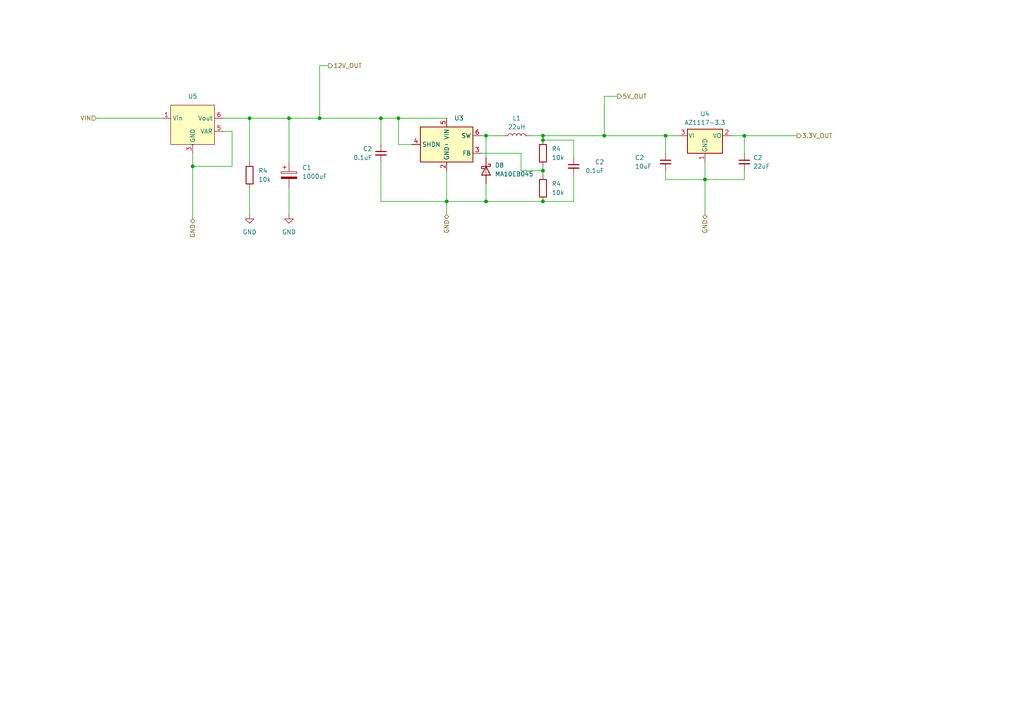
<source format=kicad_sch>
(kicad_sch (version 20230121) (generator eeschema)
  (paper "A4")
  (lib_symbols
    (symbol "Device:C_Polarized" (pin_numbers hide) (pin_names (offset 0.254))
      (property "Reference" "C" (at 0.635 2.54 0))
      (property "Value" "C_Polarized" (at 0.635 -2.54 0))
      (symbol "C_Polarized_0_1"
        (rectangle (start -2.286 0.508) (end 2.286 1.016))
        (polyline (pts (xy -1.778 2.286) (xy -0.762 2.286)))
        (polyline (pts (xy -1.27 2.794) (xy -1.27 1.778)))
        (rectangle (start 2.286 -0.508) (end -2.286 -1.016) (fill (type outline)))
      )
      (symbol "C_Polarized_1_1"
        (pin passive line (at 0 3.81 270) (length 2.794) (name "~") (number "1"))
        (pin passive line (at 0 -3.81 90) (length 2.794) (name "~") (number "2"))
      )
    )
    (symbol "Device:C_Small" (pin_numbers hide) (pin_names (offset 0.254) hide)
      (property "Reference" "C" (at 0.254 1.778 0))
      (property "Value" "C_Small" (at 0.254 -2.032 0))
      (symbol "C_Small_0_1"
        (polyline (pts (xy -1.524 -0.508) (xy 1.524 -0.508)) (stroke (width 0.3302)))
        (polyline (pts (xy -1.524 0.508) (xy 1.524 0.508)) (stroke (width 0.3048)))
      )
      (symbol "C_Small_1_1"
        (pin passive line (at 0 2.54 270) (length 2.032) (name "~") (number "1"))
        (pin passive line (at 0 -2.54 90) (length 2.032) (name "~") (number "2"))
      )
    )
    (symbol "Device:D_Schottky" (pin_numbers hide) (pin_names (offset 1.016) hide)
      (property "Reference" "D" (at 0 2.54 0))
      (property "Value" "D_Schottky" (at 0 -2.54 0))
      (symbol "D_Schottky_0_1"
        (polyline (pts (xy 1.27 0) (xy -1.27 0)))
        (polyline (pts (xy 1.27 1.27) (xy 1.27 -1.27) (xy -1.27 0) (xy 1.27 1.27)) (stroke (width 0.254)))
        (polyline (pts (xy -1.905 0.635) (xy -1.905 1.27) (xy -1.27 1.27) (xy -1.27 -1.27) (xy -0.635 -1.27) (xy -0.635 -0.635)) (stroke (width 0.254)))
      )
      (symbol "D_Schottky_1_1"
        (pin passive line (at -3.81 0 0) (length 2.54) (name "K") (number "1"))
        (pin passive line (at 3.81 0 180) (length 2.54) (name "A") (number "2"))
      )
    )
    (symbol "Device:L" (pin_numbers hide) (pin_names (offset 1.016) hide)
      (property "Reference" "L" (at -1.27 0 90))
      (property "Value" "L" (at 1.905 0 90))
      (symbol "L_0_1"
        (arc (start 0 -2.54) (mid 0.6323 -1.905) (end 0 -1.27))
        (arc (start 0 -1.27) (mid 0.6323 -0.635) (end 0 0))
        (arc (start 0 0) (mid 0.6323 0.635) (end 0 1.27))
        (arc (start 0 1.27) (mid 0.6323 1.905) (end 0 2.54))
      )
      (symbol "L_1_1"
        (pin passive line (at 0 3.81 270) (length 1.27) (name "1") (number "1"))
        (pin passive line (at 0 -3.81 90) (length 1.27) (name "2") (number "2"))
      )
    )
    (symbol "Device:R" (pin_numbers hide) (pin_names (offset 0))
      (property "Reference" "R" (at 2.032 0 90))
      (property "Value" "R" (at 0 0 90))
      (symbol "R_0_1"
        (rectangle (start -1.016 -2.54) (end 1.016 2.54) (stroke (width 0.254)))
      )
      (symbol "R_1_1"
        (pin passive line (at 0 3.81 270) (length 1.27) (name "~") (number "1"))
        (pin passive line (at 0 -3.81 90) (length 1.27) (name "~") (number "2"))
      )
    )
    (symbol "RDC_generic:MPD7K020S"
      (property "Reference" "U" (at 0 12.7 0))
      (symbol "MPD7K020S_1_1"
        (rectangle (start -6.35 11.43) (end 6.35 0) (fill (type background)))
        (pin input line (at -8.89 7.62 0) (length 2.54) (name "Vin") (number "1"))
        (pin input line (at -8.89 7.62 0) (length 2.54) hide (name "Vin") (number "2"))
        (pin input line (at 0 -2.54 90) (length 2.54) (name "GND") (number "3"))
        (pin input line (at 0 -2.54 90) (length 2.54) hide (name "GND") (number "4"))
        (pin input line (at 8.89 3.81 180) (length 2.54) (name "VAR") (number "5"))
        (pin output line (at 8.89 7.62 180) (length 2.54) (name "Vout") (number "6"))
        (pin output line (at 8.89 7.62 180) (length 2.54) hide (name "Vout") (number "7"))
        (pin output line (at 0 -2.54 90) (length 2.54) hide (name "SHGND") (number "GND"))
      )
    )
    (symbol "RDC_generic:NJW1933F1-AT"
      (property "Reference" "U" (at 2.54 6.35 0))
      (symbol "NJW1933F1-AT_0_1"
        (rectangle (start -7.62 5.08) (end 7.62 -5.08) (stroke (width 0.254)) (fill (type background)))
      )
      (symbol "NJW1933F1-AT_1_1"
        (pin no_connect line (at 10.16 0 180) (length 2.54) hide (name "N.C.") (number "1"))
        (pin power_in line (at 0 -7.62 90) (length 2.54) (name "GND") (number "2"))
        (pin input line (at 10.16 -2.54 180) (length 2.54) (name "FB") (number "3"))
        (pin input line (at -10.16 0 0) (length 2.54) (name "SHDN") (number "4"))
        (pin power_in line (at 0 7.62 270) (length 2.54) (name "VIN") (number "5"))
        (pin input line (at 10.16 2.54 180) (length 2.54) (name "SW") (number "6"))
      )
    )
    (symbol "Regulator_Linear:AZ1117-3.3" (pin_names (offset 0.254))
      (property "Reference" "U" (at -3.81 3.175 0))
      (property "Value" "AZ1117-3.3" (at 0 3.175 0))
      (symbol "AZ1117-3.3_0_1"
        (rectangle (start -5.08 1.905) (end 5.08 -5.08) (stroke (width 0.254)) (fill (type background)))
      )
      (symbol "AZ1117-3.3_1_1"
        (pin power_in line (at 0 -7.62 90) (length 2.54) (name "GND") (number "1"))
        (pin power_out line (at 7.62 0 180) (length 2.54) (name "VO") (number "2"))
        (pin power_in line (at -7.62 0 0) (length 2.54) (name "VI") (number "3"))
      )
    )
    (symbol "power:GND" (power) (pin_names (offset 0))
      (property "Value" "GND" (at 0 -3.81 0))
      (symbol "GND_0_1"
        (polyline (pts (xy 0 0) (xy 0 -1.27) (xy 1.27 -1.27) (xy 0 -2.54) (xy -1.27 -1.27) (xy 0 -1.27)))
      )
      (symbol "GND_1_1"
        (pin power_in line (at 0 0 270) (length 0) hide (name "GND") (number "1"))
      )
    )
  )
  (junction (at 157.48 49.53))
  (junction (at 115.57 34.29))
  (junction (at 157.48 58.42))
  (junction (at 140.97 58.42))
  (junction (at 129.54 58.42))
  (junction (at 92.71 34.29))
  (junction (at 175.26 39.37))
  (junction (at 83.82 34.29))
  (junction (at 55.88 48.26))
  (junction (at 193.04 39.37))
  (junction (at 72.39 34.29))
  (junction (at 157.48 40.64))
  (junction (at 140.97 39.37))
  (junction (at 215.9 39.37))
  (junction (at 110.49 34.29))
  (junction (at 157.48 39.37))
  (junction (at 204.47 52.07))
  (wire (pts (xy 175.26 39.37) (xy 175.26 27.94)))
  (wire (pts (xy 67.31 38.1) (xy 67.31 48.26)))
  (wire (pts (xy 175.26 39.37) (xy 193.04 39.37)))
  (wire (pts (xy 110.49 58.42) (xy 129.54 58.42)))
  (wire (pts (xy 83.82 34.29) (xy 83.82 46.99)))
  (wire (pts (xy 153.67 39.37) (xy 157.48 39.37)))
  (wire (pts (xy 140.97 39.37) (xy 146.05 39.37)))
  (wire (pts (xy 193.04 39.37) (xy 196.85 39.37)))
  (wire (pts (xy 166.37 45.72) (xy 166.37 40.64)))
  (wire (pts (xy 157.48 40.64) (xy 166.37 40.64)))
  (wire (pts (xy 27.94 34.29) (xy 46.99 34.29)))
  (wire (pts (xy 55.88 48.26) (xy 55.88 63.5)))
  (wire (pts (xy 92.71 19.05) (xy 92.71 34.29)))
  (wire (pts (xy 151.13 49.53) (xy 157.48 49.53)))
  (wire (pts (xy 215.9 39.37) (xy 231.14 39.37)))
  (wire (pts (xy 110.49 46.99) (xy 110.49 58.42)))
  (wire (pts (xy 129.54 58.42) (xy 129.54 62.23)))
  (wire (pts (xy 175.26 27.94) (xy 179.07 27.94)))
  (wire (pts (xy 166.37 58.42) (xy 157.48 58.42)))
  (wire (pts (xy 204.47 52.07) (xy 215.9 52.07)))
  (wire (pts (xy 64.77 38.1) (xy 67.31 38.1)))
  (wire (pts (xy 193.04 44.45) (xy 193.04 39.37)))
  (wire (pts (xy 129.54 49.53) (xy 129.54 58.42)))
  (wire (pts (xy 193.04 49.53) (xy 193.04 52.07)))
  (wire (pts (xy 215.9 49.53) (xy 215.9 52.07)))
  (wire (pts (xy 95.25 19.05) (xy 92.71 19.05)))
  (wire (pts (xy 119.38 41.91) (xy 115.57 41.91)))
  (wire (pts (xy 72.39 34.29) (xy 83.82 34.29)))
  (wire (pts (xy 212.09 39.37) (xy 215.9 39.37)))
  (wire (pts (xy 157.48 48.26) (xy 157.48 49.53)))
  (wire (pts (xy 151.13 44.45) (xy 151.13 49.53)))
  (wire (pts (xy 55.88 44.45) (xy 55.88 48.26)))
  (wire (pts (xy 204.47 52.07) (xy 204.47 46.99)))
  (wire (pts (xy 115.57 34.29) (xy 129.54 34.29)))
  (wire (pts (xy 67.31 48.26) (xy 55.88 48.26)))
  (wire (pts (xy 115.57 41.91) (xy 115.57 34.29)))
  (wire (pts (xy 83.82 34.29) (xy 92.71 34.29)))
  (wire (pts (xy 157.48 49.53) (xy 157.48 50.8)))
  (wire (pts (xy 92.71 34.29) (xy 110.49 34.29)))
  (wire (pts (xy 166.37 50.8) (xy 166.37 58.42)))
  (wire (pts (xy 110.49 34.29) (xy 115.57 34.29)))
  (wire (pts (xy 140.97 58.42) (xy 129.54 58.42)))
  (wire (pts (xy 140.97 58.42) (xy 157.48 58.42)))
  (wire (pts (xy 64.77 34.29) (xy 72.39 34.29)))
  (wire (pts (xy 110.49 34.29) (xy 110.49 41.91)))
  (wire (pts (xy 157.48 40.64) (xy 157.48 39.37)))
  (wire (pts (xy 157.48 39.37) (xy 175.26 39.37)))
  (wire (pts (xy 139.7 39.37) (xy 140.97 39.37)))
  (wire (pts (xy 193.04 52.07) (xy 204.47 52.07)))
  (wire (pts (xy 215.9 44.45) (xy 215.9 39.37)))
  (wire (pts (xy 83.82 54.61) (xy 83.82 62.23)))
  (wire (pts (xy 140.97 53.34) (xy 140.97 58.42)))
  (wire (pts (xy 72.39 54.61) (xy 72.39 62.23)))
  (wire (pts (xy 139.7 44.45) (xy 151.13 44.45)))
  (wire (pts (xy 140.97 45.72) (xy 140.97 39.37)))
  (wire (pts (xy 204.47 52.07) (xy 204.47 62.23)))
  (wire (pts (xy 72.39 46.99) (xy 72.39 34.29)))
  (hierarchical_label "3.3V_OUT" (shape output) (at 231.14 39.37 0))
  (hierarchical_label "VIN" (shape input) (at 27.94 34.29 180))
  (hierarchical_label "GND" (shape bidirectional) (at 129.54 62.23 270))
  (hierarchical_label "GND" (shape bidirectional) (at 204.47 62.23 270))
  (hierarchical_label "GND" (shape bidirectional) (at 55.88 63.5 270))
  (hierarchical_label "12V_OUT" (shape output) (at 95.25 19.05 0))
  (hierarchical_label "5V_OUT" (shape output) (at 179.07 27.94 0))
  (symbol (lib_id "RDC_generic:NJW1933F1-AT") (at 129.54 41.91 0) (unit 1)
    (property "Reference" "U3" (at 131.7341 34.29 0) (effects (justify left)))
    (property "Value" "~" (at 129.54 41.91 0))
    (property "Footprint" "Package_TO_SOT_SMD:SOT-23-6_Handsoldering" (effects hide))
  )
  (symbol (lib_id "Regulator_Linear:AZ1117-3.3") (at 204.47 39.37 0) (unit 1)
    (property "Reference" "U4" (at 204.47 33.02 0))
    (property "Value" "AZ1117-3.3" (at 204.47 35.56 0))
    (property "Footprint" "Package_TO_SOT_SMD:SOT-223-3_TabPin2" (effects hide))
    (property "Datasheet" "https://www.diodes.com/assets/Datasheets/AZ1117.pdf" (effects hide))
  )
  (symbol (lib_id "power:GND") (at 83.82 62.23 0) (unit 1)
    (property "Reference" "#PWR015" (effects hide))
    (property "Value" "GND" (at 83.82 67.31 0))
    (instances (project "schematic_PWRcutoff" (path "" (reference "#PWR015") (unit 1)) (path "" (reference "#PWR048") (unit 1))))
  )
  (symbol (lib_id "Device:C_Small") (at 166.37 48.26 0) (mirror y) (unit 1)
    (property "Reference" "C2" (at 175.26 46.99 0) (effects (justify left)))
    (property "Value" "0.1uF" (at 175.26 49.53 0) (effects (justify left)))
    (property "Footprint" "Capacitor_SMD:C_0603_1608Metric_Pad1.08x0.95mm_HandSolder" (effects hide))
    (instances (project "schematic_PWRcutoff" (path "" (reference "C2") (unit 1)) (path "" (reference "C18") (unit 1))))
  )
  (symbol (lib_id "Device:C_Small") (at 215.9 46.99 0) (unit 1)
    (property "Reference" "C2" (at 218.44 45.72 0) (effects (justify left)))
    (property "Value" "22uF" (at 218.44 48.26 0) (effects (justify left)))
    (property "Footprint" "Capacitor_SMD:C_0603_1608Metric_Pad1.08x0.95mm_HandSolder" (effects hide))
    (instances (project "schematic_PWRcutoff" (path "" (reference "C2") (unit 1)) (path "" (reference "C20") (unit 1))))
  )
  (symbol (lib_id "RDC_generic:MPD7K020S") (at 55.88 41.91 0) (unit 1)
    (property "Reference" "U5" (at 55.88 27.94 0))
    (property "Value" "~" (at 55.88 41.91 0))
    (property "Footprint" "RDC_general:MPD7K020S" (effects hide))
  )
  (symbol (lib_id "Device:R") (at 157.48 44.45 0) (mirror y) (unit 1)
    (property "Reference" "R4" (at 160.02 43.18 0) (effects (justify right)))
    (property "Value" "10k" (at 160.02 45.72 0) (effects (justify right)))
    (property "Footprint" "Resistor_SMD:R_0603_1608Metric_Pad0.98x0.95mm_HandSolder" (effects hide))
    (instances (project "schematic_PWRcutoff" (path "" (reference "R4") (unit 1)) (path "" (reference "R24") (unit 1))))
  )
  (symbol (lib_id "Device:C_Small") (at 110.49 44.45 0) (mirror y) (unit 1)
    (property "Reference" "C2" (at 107.95 43.1863 0) (effects (justify left)))
    (property "Value" "0.1uF" (at 107.95 45.7263 0) (effects (justify left)))
    (property "Footprint" "Capacitor_SMD:C_0603_1608Metric_Pad1.08x0.95mm_HandSolder" (effects hide))
    (instances (project "schematic_PWRcutoff" (path "" (reference "C2") (unit 1)) (path "" (reference "C14") (unit 1))))
  )
  (symbol (lib_id "power:GND") (at 72.39 62.23 0) (unit 1)
    (property "Reference" "#PWR015" (effects hide))
    (property "Value" "GND" (at 72.39 67.31 0))
    (instances (project "schematic_PWRcutoff" (path "" (reference "#PWR015") (unit 1)) (path "" (reference "#PWR049") (unit 1))))
  )
  (symbol (lib_id "Device:C_Small") (at 193.04 46.99 0) (unit 1)
    (property "Reference" "C2" (at 184.15 45.72 0) (effects (justify left)))
    (property "Value" "10uF" (at 184.15 48.26 0) (effects (justify left)))
    (property "Footprint" "Capacitor_SMD:C_0603_1608Metric_Pad1.08x0.95mm_HandSolder" (effects hide))
    (instances (project "schematic_PWRcutoff" (path "" (reference "C2") (unit 1)) (path "" (reference "C19") (unit 1))))
  )
  (symbol (lib_id "Device:R") (at 72.39 50.8 0) (mirror y) (unit 1)
    (property "Reference" "R4" (at 74.93 49.53 0) (effects (justify right)))
    (property "Value" "10k" (at 74.93 52.07 0) (effects (justify right)))
    (property "Footprint" "Resistor_SMD:R_0603_1608Metric_Pad0.98x0.95mm_HandSolder" (effects hide))
    (instances (project "schematic_PWRcutoff" (path "" (reference "R4") (unit 1)) (path "" (reference "R26") (unit 1))))
  )
  (symbol (lib_id "Device:C_Polarized") (at 83.82 50.8 0) (unit 1)
    (property "Reference" "C1" (at 87.63 48.641 0) (effects (justify left)))
    (property "Value" "1000uF" (at 87.63 51.181 0) (effects (justify left)))
    (property "Footprint" "Capacitor_THT:CP_Radial_D10.0mm_P5.00mm" (effects hide))
    (instances (project "schematic_PWRcutoff" (path "" (reference "C1") (unit 1)) (path "" (reference "C21") (unit 1))))
  )
  (symbol (lib_id "Device:R") (at 157.48 54.61 0) (mirror y) (unit 1)
    (property "Reference" "R4" (at 160.02 53.34 0) (effects (justify right)))
    (property "Value" "10k" (at 160.02 55.88 0) (effects (justify right)))
    (property "Footprint" "Resistor_SMD:R_0603_1608Metric_Pad0.98x0.95mm_HandSolder" (effects hide))
    (instances (project "schematic_PWRcutoff" (path "" (reference "R4") (unit 1)) (path "" (reference "R25") (unit 1))))
  )
  (symbol (lib_id "Device:D_Schottky") (at 140.97 49.53 270) (unit 1)
    (property "Reference" "D8" (at 143.51 47.9425 90) (effects (justify left)))
    (property "Value" "MA10EB045" (at 143.51 50.4825 90) (effects (justify left)))
    (property "Footprint" "Diode_SMD:Vishay_SMPA" (effects hide))
  )
  (symbol (lib_id "Device:L") (at 149.86 39.37 90) (unit 1)
    (property "Reference" "L1" (at 149.86 34.29 90))
    (property "Value" "22uH" (at 149.86 36.83 90))
    (property "Footprint" "RDC_general:CDRH6D38" (effects hide))
  )
)
</source>
